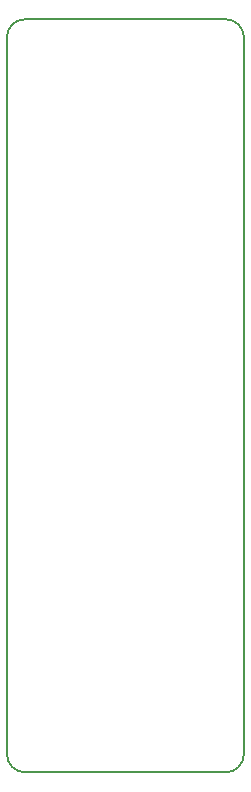
<source format=gbr>
G04 #@! TF.GenerationSoftware,KiCad,Pcbnew,5.0.2-bee76a0~70~ubuntu16.04.1*
G04 #@! TF.CreationDate,2020-01-15T21:00:25+00:00*
G04 #@! TF.ProjectId,receiver,72656365-6976-4657-922e-6b696361645f,rev?*
G04 #@! TF.SameCoordinates,Original*
G04 #@! TF.FileFunction,Profile,NP*
%FSLAX46Y46*%
G04 Gerber Fmt 4.6, Leading zero omitted, Abs format (unit mm)*
G04 Created by KiCad (PCBNEW 5.0.2-bee76a0~70~ubuntu16.04.1) date Wed 15 Jan 2020 21:00:25 GMT*
%MOMM*%
%LPD*%
G01*
G04 APERTURE LIST*
%ADD10C,0.150000*%
G04 APERTURE END LIST*
D10*
X139700000Y-117856000D02*
G75*
G02X138176000Y-116332000I0J1524000D01*
G01*
X158242000Y-116332000D02*
G75*
G02X156718000Y-117856000I-1524000J0D01*
G01*
X156718000Y-54102000D02*
G75*
G02X158242000Y-55626000I0J-1524000D01*
G01*
X138176000Y-55626000D02*
G75*
G02X139700000Y-54102000I1524000J0D01*
G01*
X138176000Y-55626000D02*
X138176000Y-116332000D01*
X156718000Y-54102000D02*
X139700000Y-54102000D01*
X158242000Y-116332000D02*
X158242000Y-55626000D01*
X139700000Y-117856000D02*
X156718000Y-117856000D01*
M02*

</source>
